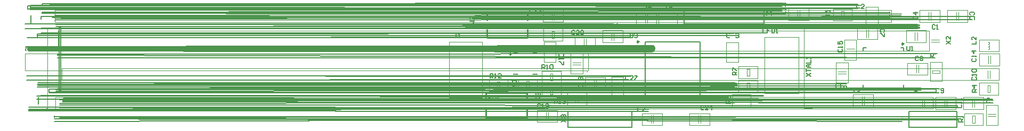
<source format=gto>
%FSTAX25Y25*%
%MOMM*%
%SFA1B1*%

%IPPOS*%
%ADD31C,0.254000*%
%ADD38C,0.249936*%
%ADD39C,0.150114*%
%ADD40C,0.599948*%
%ADD41C,0.100076*%
%ADD42C,0.199898*%
%LNpcb1-1*%
%LPD*%
G54D31*
X9009989Y6174994D02*
Y6299987D01*
X8360003Y6174994D02*
X9009989D01*
X8360003D02*
Y6299987D01*
Y6449999D02*
Y6574993D01*
X9009989*
Y6449999D02*
Y6574993D01*
X83725Y7730007D02*
Y7855D01*
X9022511*
Y7730007D02*
Y7855D01*
Y7455001D02*
Y7579995D01*
X83725Y7455001D02*
X9022511D01*
X83725D02*
Y7579995D01*
G54D38*
X14992502Y7357491D02*
X14973757Y7368336D01*
Y734667*
X14992502Y7357491*
X1278001Y6532499D02*
X12759994D01*
X1278001*
X10784992Y7390003D02*
X10766247Y7400823D01*
Y7379182*
X10784992Y7390003*
X8757488Y7195007D02*
X8738743Y7205827D01*
Y7184161*
X8757488Y7195007*
G54D39*
X9969906Y6910984D02*
X9970008Y6909993D01*
X15496641Y765081D02*
X15484983Y7662468D01*
X15461665*
X15450007Y765081*
Y7604175*
X15461665Y7592491*
X15484983*
X15496641Y7604175*
X15519984Y7592491D02*
X15543301D01*
X15531642*
Y7662468*
X15519984Y765081*
X14299158Y7973314D02*
X142875Y7984972D01*
X14264157*
X14252498Y7973314*
Y7926654*
X14264157Y7914995*
X142875*
X14299158Y7926654*
X14369135Y7914995D02*
X14322475D01*
X14369135Y7961655*
Y7973314*
X14357477Y7984972*
X14334134*
X14322475Y7973314*
X15179141Y7655814D02*
X15167483Y7667472D01*
X15144165*
X15132507Y7655814*
Y7609154*
X15144165Y7597495*
X15167483*
X15179141Y7609154*
X15202484Y7655814D02*
X15214142Y7667472D01*
X1523746*
X15249118Y7655814*
Y7644155*
X1523746Y7632496*
X15225801*
X1523746*
X15249118Y7620812*
Y7609154*
X1523746Y7597495*
X15214142*
X15202484Y7609154*
X15164181Y7796657D02*
X15152522Y7784998D01*
Y7761655*
X15164181Y7749997*
X1521084*
X15222499Y7761655*
Y7784998*
X1521084Y7796657*
X15222499Y7854975D02*
X15152522D01*
X15187498Y7819974*
Y7866634*
X16108324Y7813344D02*
X16119983Y7825003D01*
Y7848346*
X16108324Y7860004*
X16061664*
X16050006Y7848346*
Y7825003*
X16061664Y7813344*
X16119983Y7743367D02*
Y7790027D01*
X16084981*
X1609664Y7766685*
Y7755026*
X16084981Y7743367*
X16061664*
X16050006Y7755026*
Y7778369*
X16061664Y7790027*
X16364153Y6473317D02*
X16352494Y6484975D01*
X16329152*
X16317493Y6473317*
Y6426657*
X16329152Y6414998*
X16352494*
X16364153Y6426657*
X1643413Y6484975D02*
X16410813Y6473317D01*
X1638747Y6449999*
Y6426657*
X16399154Y6414998*
X16422471*
X1643413Y6426657*
Y6438315*
X16422471Y6449999*
X1638747*
X14683308Y7540853D02*
X14694966Y7552512D01*
Y7575829*
X14683308Y7587513*
X14636673*
X14624989Y7575829*
Y7552512*
X14636673Y7540853*
X14694966Y7517536D02*
Y7470876D01*
X14683308*
X14636673Y7517536*
X14624989*
X15230906Y7143318D02*
X15219248Y7154976D01*
X15195905*
X15184247Y7143318*
Y7096658*
X15195905Y7084999*
X15219248*
X15230906Y7096658*
X15254224Y7143318D02*
X15265882Y7154976D01*
X15289225*
X15300883Y7143318*
Y7131659*
X15289225Y7119975*
X15300883Y7108317*
Y7096658*
X15289225Y7084999*
X15265882*
X15254224Y7096658*
Y7108317*
X15265882Y7119975*
X15254224Y7131659*
Y7143318*
X15265882Y7119975D02*
X15289225D01*
X15562326Y6630898D02*
X15550667Y6642557D01*
X1552735*
X15515666Y6630898*
Y6584238*
X1552735Y657258*
X15550667*
X15562326Y6584238*
X15585668D02*
X15597327Y657258D01*
X15620644*
X15632303Y6584238*
Y6630898*
X15620644Y6642557*
X15597327*
X15585668Y6630898*
Y661924*
X15597327Y6607556*
X15632303*
X16094176Y6823252D02*
X16082518Y6811594D01*
Y6788277*
X16094176Y6776618*
X16140836*
X16152495Y6788277*
Y6811594*
X16140836Y6823252*
X16152495Y6846595D02*
Y6869912D01*
Y6858254*
X16082518*
X16094176Y6846595*
Y6904913D02*
X16082518Y6916572D01*
Y6939889*
X16094176Y6951548*
X16140836*
X16152495Y6939889*
Y6916572*
X16140836Y6904913*
X16094176*
X1586169Y6381648D02*
X15850031Y6369989D01*
Y6346672*
X1586169Y6335014*
X15908324*
X15920008Y6346672*
Y6369989*
X15908324Y6381648*
X15920008Y6404991D02*
Y6428308D01*
Y6416649*
X15850031*
X1586169Y6404991*
X15920008Y6463284D02*
Y6486626D01*
Y6474968*
X15850031*
X1586169Y6463284*
X1417165Y6630822D02*
X14159992Y6642481D01*
X14136674*
X1412499Y6630822*
Y6584162*
X14136674Y6572504*
X14159992*
X1417165Y6584162*
X14194967Y6572504D02*
X1421831D01*
X14206651*
Y6642481*
X14194967Y6630822*
X14299946Y6572504D02*
X14253286D01*
X14299946Y6619138*
Y6630822*
X14288287Y6642481*
X14264944*
X14253286Y6630822*
X13069189Y7874152D02*
X1305753Y7862493D01*
Y7839176*
X13069189Y7827492*
X13115823*
X13127507Y7839176*
Y7862493*
X13115823Y7874152*
X13127507Y7897469D02*
Y7920812D01*
Y7909153*
X1305753*
X13069189Y7897469*
Y7955788D02*
X1305753Y7967446D01*
Y7990789*
X13069189Y8002447*
X13080847*
X13092506Y7990789*
Y797913*
Y7990789*
X13104164Y8002447*
X13115823*
X13127507Y7990789*
Y7967446*
X13115823Y7955788*
X16091687Y7121652D02*
X16080028Y7109993D01*
Y708665*
X16091687Y7074992*
X16138347*
X16150005Y708665*
Y7109993*
X16138347Y7121652*
X16150005Y7144969D02*
Y7168311D01*
Y7156627*
X16080028*
X16091687Y7144969*
X16150005Y7238288D02*
X16080028D01*
X16115004Y7203287*
Y7249947*
X13966672Y7269149D02*
X13955014Y7257491D01*
Y7234174*
X13966672Y722249*
X14013332*
X14024991Y7234174*
Y7257491*
X14013332Y7269149*
X14024991Y7292467D02*
Y7315809D01*
Y7304151*
X13955014*
X13966672Y7292467*
X13955014Y7397445D02*
Y7350785D01*
X13990015*
X13978356Y7374128*
Y7385786*
X13990015Y7397445*
X14013332*
X14024991Y7385786*
Y7362444*
X14013332Y7350785*
X13964158Y6705803D02*
X13952499Y6717487D01*
X13929156*
X13917498Y6705803*
Y6659168*
X13929156Y664751*
X13952499*
X13964158Y6659168*
X13987475Y664751D02*
X14010792D01*
X13999133*
Y6717487*
X13987475Y6705803*
X14092453Y6717487D02*
X1406911Y6705803D01*
X14045793Y6682486*
Y6659168*
X14057452Y664751*
X14080769*
X14092453Y6659168*
Y6670827*
X14080769Y6682486*
X14045793*
X9578314Y7153351D02*
X9589973Y7165009D01*
Y7188327*
X9578314Y7200011*
X9531654*
X9519996Y7188327*
Y7165009*
X9531654Y7153351*
X9519996Y7130034D02*
Y7106691D01*
Y711835*
X9589973*
X9578314Y7130034*
X9589973Y7071715D02*
Y7025055D01*
X9578314*
X9531654Y7071715*
X9519996*
X9841687Y6696659D02*
X9830028Y6685D01*
Y6661658*
X9841687Y6649999*
X9888347*
X9900005Y6661658*
Y6685*
X9888347Y6696659*
X9900005Y6719976D02*
Y6743293D01*
Y6731635*
X9830028*
X9841687Y6719976*
Y6778294D02*
X9830028Y6789953D01*
Y681327*
X9841687Y6824954*
X9853345*
X9865004Y681327*
X9876663Y6824954*
X9888347*
X9900005Y681327*
Y6789953*
X9888347Y6778294*
X9876663*
X9865004Y6789953*
X9853345Y6778294*
X9841687*
X9865004Y6789953D02*
Y681327D01*
X9226651Y6383324D02*
X9214993Y6394983D01*
X9191675*
X9179991Y6383324*
Y6336665*
X9191675Y6325006*
X9214993*
X9226651Y6336665*
X9249968Y6325006D02*
X9273311D01*
X9261652*
Y6394983*
X9249968Y6383324*
X9308287Y6336665D02*
X9319945Y6325006D01*
X9343288*
X9354947Y6336665*
Y6383324*
X9343288Y6394983*
X9319945*
X9308287Y6383324*
Y637164*
X9319945Y6359982*
X9354947*
X9771659Y7558506D02*
X9759975Y757019D01*
X9736658*
X9724999Y7558506*
Y7511872*
X9736658Y7500213*
X9759975*
X9771659Y7511872*
X9841636Y7500213D02*
X9794976D01*
X9841636Y7546848*
Y7558506*
X9829977Y757019*
X9806635*
X9794976Y7558506*
X9864953D02*
X9876612Y757019D01*
X9899954*
X9911613Y7558506*
Y7511872*
X9899954Y7500213*
X9876612*
X9864953Y7511872*
Y7558506*
X9621647Y7308316D02*
X9609988Y7319975D01*
X9586671*
X9575012Y7308316*
Y7261656*
X9586671Y7249998*
X9609988*
X9621647Y7261656*
X9691624Y7249998D02*
X9644989D01*
X9691624Y7296658*
Y7308316*
X9679965Y7319975*
X9656648*
X9644989Y7308316*
X9714941Y7249998D02*
X9738283D01*
X9726625*
Y7319975*
X9714941Y7308316*
X9096654Y7908315D02*
X9084995Y7919974D01*
X9061653*
X9049994Y7908315*
Y7861655*
X9061653Y7849997*
X9084995*
X9096654Y7861655*
X9166631Y7849997D02*
X9119971D01*
X9166631Y7896656*
Y7908315*
X9154972Y7919974*
X913163*
X9119971Y7908315*
X9236608Y7849997D02*
X9189948D01*
X9236608Y7896656*
Y7908315*
X9224949Y7919974*
X9201607*
X9189948Y7908315*
X12235713Y7508214D02*
X12224054Y7519873D01*
X12200712*
X12189053Y7508214*
Y7461554*
X12200712Y7449896*
X12224054*
X12235713Y7461554*
X1230569Y7449896D02*
X1225903D01*
X1230569Y7496556*
Y7508214*
X12294031Y7519873*
X12270689*
X1225903Y7508214*
X12329007D02*
X12340666Y7519873D01*
X12364008*
X12375667Y7508214*
Y7496556*
X12364008Y7484897*
X1235235*
X12364008*
X12375667Y7473213*
Y7461554*
X12364008Y7449896*
X12340666*
X12329007Y7461554*
X11821642Y6358305D02*
X11809984Y6369964D01*
X11786666*
X11775008Y6358305*
Y6311671*
X11786666Y6299987*
X11809984*
X11821642Y6311671*
X11891619Y6299987D02*
X11844985D01*
X11891619Y6346647*
Y6358305*
X11879961Y6369964*
X11856643*
X11844985Y6358305*
X11949938Y6299987D02*
Y6369964D01*
X11914962Y6334988*
X11961596*
X1084646Y7958302D02*
X10834801Y7969986D01*
X10811459*
X107998Y7958302*
Y7911668*
X10811459Y7900009*
X10834801*
X1084646Y7911668*
X10916437Y7900009D02*
X10869777D01*
X10916437Y7946644*
Y7958302*
X10904753Y7969986*
X10881436*
X10869777Y7958302*
X10986414Y7969986D02*
X10939754D01*
Y7934985*
X10963071Y7946644*
X10974755*
X10986414Y7934985*
Y7911668*
X10974755Y7900009*
X10951413*
X10939754Y7911668*
X10814126Y6332855D02*
X10802467Y6344513D01*
X10779125*
X10767466Y6332855*
Y6286195*
X10779125Y6274536*
X10802467*
X10814126Y6286195*
X10884103Y6274536D02*
X10837443D01*
X10884103Y6321196*
Y6332855*
X10872444Y6344513*
X10849127*
X10837443Y6332855*
X1095408Y6344513D02*
X10930763Y6332855D01*
X1090742Y6309537*
Y6286195*
X10919104Y6274536*
X10942421*
X1095408Y6286195*
Y6297879*
X10942421Y6309537*
X1090742*
X10626648Y6833311D02*
X1061499Y6844969D01*
X10591673*
X10579989Y6833311*
Y6786651*
X10591673Y6774992*
X1061499*
X10626648Y6786651*
X10696625Y6774992D02*
X10649966D01*
X10696625Y6821652*
Y6833311*
X10684967Y6844969*
X1066165*
X10649966Y6833311*
X10719968Y6844969D02*
X10766602D01*
Y6833311*
X10719968Y6786651*
Y6774992*
X10326649Y7658303D02*
X1031499Y7669987D01*
X10291673*
X10279989Y7658303*
Y7611668*
X10291673Y760001*
X1031499*
X10326649Y7611668*
X10396626Y760001D02*
X10349966D01*
X10396626Y7646644*
Y7658303*
X10384967Y7669987*
X1036165*
X10349966Y7658303*
X10419943D02*
X10431627Y7669987D01*
X10454944*
X10466603Y7658303*
Y7646644*
X10454944Y7634986*
X10466603Y7623327*
Y7611668*
X10454944Y760001*
X10431627*
X10419943Y7611668*
Y7623327*
X10431627Y7634986*
X10419943Y7646644*
Y7658303*
X10431627Y7634986D02*
X10454944D01*
X1470251Y7772501D02*
X14772513D01*
Y7819161*
Y7842478D02*
Y7865795D01*
Y7854137*
X1470251*
X14714194Y7842478*
X16080028Y7347712D02*
X16150005D01*
Y7394346*
Y7464323D02*
Y7417689D01*
X16103346Y7464323*
X16091687*
X16080028Y7452664*
Y7429347*
X16091687Y7417689*
X12762484Y7603312D02*
Y7533335D01*
X12809118*
X1287912Y7603312D02*
X12832461D01*
Y7533335*
X1287912*
X12832461Y7568336D02*
X12855778D01*
X12902438Y7603312D02*
Y7533335D01*
X12937413*
X12949097Y7544993*
Y7591653*
X12937413Y7603312*
X12902438*
X12972415Y7533335D02*
X12995732D01*
X12984073*
Y7603312*
X12972415Y7591653*
X15939998Y6107506D02*
X15870021D01*
Y6142482*
X1588168Y615414*
X15905022*
X15916681Y6142482*
Y6107506*
Y6130823D02*
X15939998Y615414D01*
Y6177483D02*
Y62008D01*
Y6189141*
X15870021*
X1588168Y6177483*
X15426309Y713011D02*
Y7200087D01*
X15461284*
X15472943Y7188403*
Y7165086*
X15461284Y7153427*
X15426309*
X15449626D02*
X15472943Y713011D01*
X1554292D02*
X15496286D01*
X1554292Y7176744*
Y7188403*
X15531261Y7200087*
X15507944*
X15496286Y7188403*
X15170404Y6575907D02*
Y6645884D01*
X15205379*
X15217038Y6634226*
Y6610883*
X15205379Y6599224*
X15170404*
X15193721D02*
X15217038Y6575907D01*
X15240381Y6634226D02*
X15252039Y6645884D01*
X15275356*
X1528704Y6634226*
Y6622542*
X15275356Y6610883*
X15263698*
X15275356*
X1528704Y6599224*
Y6587566*
X15275356Y6575907*
X15252039*
X15240381Y6587566*
X16155009Y6582511D02*
X16085032D01*
Y6617487*
X16096691Y6629146*
X16120008*
X16131667Y6617487*
Y6582511*
Y6605828D02*
X16155009Y6629146D01*
Y6687464D02*
X16085032D01*
X16120008Y6652488*
Y6699123*
X13827506Y7770012D02*
X13757529D01*
Y7804988*
X13769187Y7816646*
X13792504*
X13804163Y7804988*
Y7770012*
Y7793329D02*
X13827506Y7816646D01*
X13757529Y7886623D02*
Y7839989D01*
X13792504*
X13780846Y7863306*
Y7874965*
X13792504Y7886623*
X13815847*
X13827506Y7874965*
Y7851648*
X13815847Y7839989*
X12347498Y6617487D02*
X12277521D01*
Y6652488*
X1228918Y6664147*
X12312523*
X12324181Y6652488*
Y6617487*
Y664083D02*
X12347498Y6664147D01*
X12277521Y6734124D02*
X1228918Y6710807D01*
X12312523Y6687464*
X1233584*
X12347498Y6699148*
Y6722465*
X1233584Y6734124*
X12324181*
X12312523Y6722465*
Y6687464*
X12345009Y6857492D02*
X12275032D01*
Y6892493*
X12286691Y6904151*
X12310008*
X12321667Y6892493*
Y6857492*
Y6880834D02*
X12345009Y6904151D01*
X12275032Y6927469D02*
Y6974128D01*
X12286691*
X12333351Y6927469*
X12345009*
X12245009Y6404991D02*
X12175032D01*
Y6439992*
X12186691Y645165*
X12210008*
X12221667Y6439992*
Y6404991*
Y6428333D02*
X12245009Y645165D01*
X12186691Y6474968D02*
X12175032Y6486652D01*
Y6509969*
X12186691Y6521627*
X1219835*
X12210008Y6509969*
X12221667Y6521627*
X12233325*
X12245009Y6509969*
Y6486652*
X12233325Y6474968*
X12221667*
X12210008Y6486652*
X1219835Y6474968*
X12186691*
X12210008Y6486652D02*
Y6509969D01*
X9225Y6458102D02*
X9155023D01*
Y6493078*
X9166682Y6504762*
X9189999*
X9201683Y6493078*
Y6458102*
Y6481419D02*
X9225Y6504762D01*
X9213342Y6528079D02*
X9225Y6539738D01*
Y6563055*
X9213342Y6574739*
X9166682*
X9155023Y6563055*
Y6539738*
X9166682Y6528079*
X917834*
X9189999Y6539738*
Y6574739*
X9249994Y6955002D02*
Y7024979D01*
X9284995*
X9296654Y7013321*
Y6989978*
X9284995Y6978319*
X9249994*
X9273336D02*
X9296654Y6955002D01*
X9319971D02*
X9343313D01*
X9331629*
Y7024979*
X9319971Y7013321*
X9378289D02*
X9389948Y7024979D01*
X941329*
X9424949Y7013321*
Y6966661*
X941329Y6955002*
X9389948*
X9378289Y6966661*
Y7013321*
X8843797Y6625005D02*
X877382D01*
Y6659981*
X8785479Y6671665*
X8808821*
X882048Y6659981*
Y6625005*
Y6648323D02*
X8843797Y6671665D01*
Y6694982D02*
Y67183D01*
Y6706641*
X877382*
X8785479Y6694982*
X8843797Y6753301D02*
Y6776618D01*
Y6764959*
X877382*
X8785479Y6753301*
X8425002Y6807504D02*
Y6877481D01*
X8459978*
X8471662Y6865823*
Y684248*
X8459978Y6830822*
X8425002*
X8448319D02*
X8471662Y6807504D01*
X8494979D02*
X8518296D01*
X8506637*
Y6877481*
X8494979Y6865823*
X8599932Y6807504D02*
X8553297D01*
X8599932Y6854139*
Y6865823*
X8588273Y6877481*
X8564956*
X8553297Y6865823*
X9449993Y6400012D02*
Y6469989D01*
X9484995*
X9496653Y6458305*
Y6434988*
X9484995Y6423329*
X9449993*
X9473336D02*
X9496653Y6400012D01*
X951997D02*
X9543313D01*
X9531629*
Y6469989*
X951997Y6458305*
X9578289D02*
X9589947Y6469989D01*
X961329*
X9624949Y6458305*
Y6446647*
X961329Y6434988*
X9601606*
X961329*
X9624949Y6423329*
Y6411671*
X961329Y6400012*
X9589947*
X9578289Y6411671*
X1114999Y7900009D02*
Y7969986D01*
X11184991*
X1119665Y7958302*
Y7934985*
X11184991Y7923326*
X1114999*
X11173333D02*
X1119665Y7900009D01*
X11219967D02*
X1124331D01*
X11231651*
Y7969986*
X11219967Y7958302*
X11313287Y7900009D02*
Y7969986D01*
X11278285Y7934985*
X11324945*
X9074988Y760001D02*
Y7669987D01*
X9109989*
X9121648Y7658303*
Y7634986*
X9109989Y7623327*
X9074988*
X909833D02*
X9121648Y760001D01*
X9144965D02*
X9168307D01*
X9156649*
Y7669987*
X9144965Y7658303*
X9249943Y7669987D02*
X9203283D01*
Y7634986*
X9226626Y7646644*
X9238284*
X9249943Y7634986*
Y7611668*
X9238284Y760001*
X9214942*
X9203283Y7611668*
X8446643Y6508318D02*
X8434984Y6519976D01*
X8411667*
X8400008Y6508318*
Y6496659*
X8411667Y6484975*
X8434984*
X8446643Y6473317*
Y6461658*
X8434984Y6449999*
X8411667*
X8400008Y6461658*
X8469985Y6519976D02*
Y6449999D01*
X8493302Y6473317*
X851662Y6449999*
Y6519976*
X8539962Y6449999D02*
X8563279D01*
X8551621*
Y6519976*
X8539962Y6508318*
X8116671Y7646644D02*
X8105013Y7634986D01*
Y7611668*
X8116671Y760001*
X8128355*
X8140014Y7611668*
Y7634986*
X8151672Y7646644*
X8163331*
X817499Y7634986*
Y7611668*
X8163331Y760001*
X8105013Y7669987D02*
X817499D01*
X8151672Y7693304*
X817499Y7716621*
X8105013*
X817499Y7786598D02*
Y7739964D01*
X8128355Y7786598*
X8116671*
X8105013Y777494*
Y7751622*
X8116671Y7739964*
X15050008Y7319975D02*
Y7261656D01*
X15061666Y7249998*
X15084983*
X15096642Y7261656*
Y7319975*
X15119985Y7249998D02*
X15143302D01*
X15131643*
Y7319975*
X15119985Y7308316*
X9100007Y7319975D02*
Y7261656D01*
X9111665Y7249998*
X9134983*
X9146641Y7261656*
Y7319975*
X9216618Y7249998D02*
X9169984D01*
X9216618Y7296658*
Y7308316*
X920496Y7319975*
X9181642*
X9169984Y7308316*
X10649991Y7519974D02*
Y7461656D01*
X1066165Y7449997*
X10684992*
X10696651Y7461656*
Y7519974*
X10719968Y7508316D02*
X10731652Y7519974D01*
X10754969*
X10766628Y7508316*
Y7496657*
X10754969Y7484999*
X10743311*
X10754969*
X10766628Y7473315*
Y7461656*
X10754969Y7449997*
X10731652*
X10719968Y7461656*
X14970023Y611251D02*
X1504Y6159144D01*
X14970023D02*
X1504Y611251D01*
Y6182487D02*
Y6205804D01*
Y6194145*
X14970023*
X14981682Y6182487*
X15672511Y7355001D02*
X15742488Y7401661D01*
X15672511D02*
X15742488Y7355001D01*
Y7471638D02*
Y7424978D01*
X15695853Y7471638*
X15684195*
X15672511Y745998*
Y7436637*
X15684195Y7424978*
X9555022Y6104991D02*
X9624999Y6151651D01*
X9555022D02*
X9624999Y6104991D01*
X9566681Y6174968D02*
X9555022Y6186627D01*
Y6209969*
X9566681Y6221628*
X957834*
X9589998Y6209969*
Y6198311*
Y6209969*
X9601682Y6221628*
X9613341*
X9624999Y6209969*
Y6186627*
X9613341Y6174968*
X12892481Y7865008D02*
X12822504Y7818348D01*
X12892481D02*
X12822504Y7865008D01*
Y776003D02*
X12892481D01*
X1285748Y7795031*
Y7748371*
X13450011Y6837502D02*
X13519988Y6884162D01*
X13450011D02*
X13519988Y6837502D01*
X13450011Y6907479D02*
Y6954139D01*
Y6930796*
X13519988*
Y6977456D02*
X13473353D01*
X13450011Y7000773*
X13473353Y7024116*
X13519988*
X13485012*
Y6977456*
X13450011Y7047433D02*
X13519988D01*
Y7094093*
Y711741D02*
Y7140727D01*
Y7129068*
X13450011*
X13461695Y711741*
X10149992Y7319975D02*
X10196652Y7249998D01*
Y7319975D02*
X10149992Y7249998D01*
X10219969Y7319975D02*
X10266629D01*
X10243312*
Y7249998*
X10289946D02*
Y7296658D01*
X10313289Y7319975*
X10336606Y7296658*
Y7249998*
Y7284999*
X10289946*
X10359923Y7319975D02*
Y7249998D01*
X10406583*
X1047656D02*
X104299D01*
X1047656Y7296658*
Y7308316*
X10464901Y7319975*
X10441584*
X104299Y7308316*
X7896656Y7519974D02*
X7873339D01*
X7884998*
Y7461656*
X7873339Y7449997*
X7861655*
X7849997Y7461656*
X7919974Y7449997D02*
X7943316D01*
X7931632*
Y7519974*
X7919974Y7508316*
G54D40*
X11019993Y728251D02*
X11008715Y7305954D01*
X10983315Y7311745*
X1096297Y7295515*
Y726948*
X10983315Y7253249*
X11008715Y725904*
X11019993Y728251*
G54D41*
X16344849Y7266533D02*
X16362451Y7276693D01*
Y7297013*
X16344849Y7307173*
X16362451Y7317333*
Y7337653*
X16344849Y7347813*
X16362451Y7357973*
Y7378293*
X16344849Y7388453*
X1497015Y7855966D02*
X14952573Y7845806D01*
Y7825486*
X1497015Y7815326*
X14952573Y7805166*
Y7784846*
X1497015Y7774686*
X14952573Y7764526*
Y7744206*
X1497015Y7734046*
X15504998Y6312992D02*
Y6503009D01*
Y6312992D02*
X15825012D01*
X15504998Y6503009D02*
X15825012D01*
Y6312992D02*
Y6503009D01*
X15647212Y6344488D02*
Y6471513D01*
X15682772Y6344488D02*
Y6471513D01*
X1515999Y6314998D02*
Y650499D01*
Y6314998D02*
X15459989D01*
X1515999Y650499D02*
X15459989D01*
Y6314998D02*
Y650499D01*
X15289682Y6354114D02*
Y6465874D01*
X15330322*
Y6354114D02*
Y6465874D01*
X15289682Y6354114D02*
X15330322D01*
X15417495Y7060006D02*
X15607487D01*
X15417495Y6760006D02*
Y7060006D01*
X15607487Y6760006D02*
Y7060006D01*
X15417495Y6760006D02*
X15607487D01*
X15456611Y6930313D02*
X15568371D01*
Y6889673D02*
Y6930313D01*
X15456611Y6889673D02*
X15568371D01*
X15456611D02*
Y6930313D01*
X12789992Y7462494D02*
X13329996D01*
X12789992Y6562496D02*
Y7462494D01*
Y6562496D02*
X13329996D01*
Y7462494*
X12180011Y7379995D02*
X12370003D01*
X12180011Y7060006D02*
Y7379995D01*
X12370003Y7060006D02*
Y7379995D01*
X12180011Y7060006D02*
X12370003D01*
X12211507Y723778D02*
X12338507D01*
X12211507Y720222D02*
X12338507D01*
X11732209Y60865D02*
Y62135D01*
X11767769Y60865D02*
Y62135D01*
X11589994Y6055004D02*
Y6244996D01*
Y6055004D02*
X11910009D01*
X11589994Y6244996D02*
X11910009D01*
Y6055004D02*
Y6244996D01*
X9984994Y7200011D02*
X1031499D01*
Y6930009D02*
Y7200011D01*
X9984994Y6930009D02*
X1031499D01*
X9984994D02*
Y7200011D01*
X10386491Y6687769D02*
X10513491D01*
X10386491Y6652209D02*
X10513491D01*
X10354995Y6830009D02*
X10545013D01*
X10354995Y6509994D02*
Y6830009D01*
X10545013Y6509994D02*
Y6830009D01*
X10354995Y6509994D02*
X10545013D01*
X10982223Y60865D02*
Y62135D01*
X11017783Y60865D02*
Y62135D01*
X10840008Y6055004D02*
Y6244996D01*
Y6055004D02*
X11159998D01*
X10840008Y6244996D02*
X11159998D01*
Y6055004D02*
Y6244996D01*
X9736505Y7017232D02*
X9863505D01*
X9736505Y7052767D02*
X9863505D01*
X9705009Y6874992D02*
X9895001D01*
Y7195007*
X9705009Y6874992D02*
Y7195007D01*
X9895001*
X1122967Y7694117D02*
X1127031D01*
Y7805877*
X1122967D02*
X1127031D01*
X1122967Y7694117D02*
Y7805877D01*
X11400002Y7655001D02*
Y7844993D01*
X11100003D02*
X11400002D01*
X11100003Y7655001D02*
X11400002D01*
X11100003D02*
Y7844993D01*
X10922584Y7686497D02*
Y7813497D01*
X10887024Y7686497D02*
Y7813497D01*
X11064798Y7655001D02*
Y7844993D01*
X10744809D02*
X11064798D01*
X10744809Y7655001D02*
X11064798D01*
X10744809D02*
Y7844993D01*
X10357231Y7411491D02*
Y7538491D01*
X10392791Y7411491D02*
Y7538491D01*
X10214991Y7379995D02*
Y7569987D01*
Y7379995D02*
X10535005D01*
X10214991Y7569987D02*
X10535005D01*
Y7379995D02*
Y7569987D01*
X9947783Y7311491D02*
Y7438491D01*
X9912223Y7311491D02*
Y7438491D01*
X10089997Y7279995D02*
Y7469987D01*
X9770008D02*
X10089997D01*
X9770008Y7279995D02*
X10089997D01*
X9770008D02*
Y7469987D01*
X940722Y7736509D02*
Y7863509D01*
X944278Y7736509D02*
Y7863509D01*
X9265005Y7704988D02*
Y7895005D01*
Y7704988D02*
X9584994D01*
X9265005Y7895005D02*
X9584994D01*
Y7704988D02*
Y7895005D01*
X940468Y7444333D02*
X944532D01*
Y7556068*
X940468D02*
X944532D01*
X940468Y7444333D02*
Y7556068D01*
X9575012Y7405192D02*
Y7595209D01*
X9275013D02*
X9575012D01*
X9275013Y7405192D02*
X9575012D01*
X9275013D02*
Y7595209D01*
X9784689Y6419113D02*
X9825329D01*
Y6530873*
X9784689D02*
X9825329D01*
X9784689Y6419113D02*
Y6530873D01*
X9954996Y6379997D02*
Y6569989D01*
X9654997D02*
X9954996D01*
X9654997Y6379997D02*
X9954996D01*
X9654997D02*
Y6569989D01*
X8534679Y6748373D02*
X8575319D01*
X8534679Y6636613D02*
Y6748373D01*
Y6636613D02*
X8575319D01*
Y6748373*
X8405012Y6597497D02*
Y6787489D01*
Y6597497D02*
X8705011D01*
X8405012Y6787489D02*
X8705011D01*
Y6597497D02*
Y6787489D01*
X9004681Y6755892D02*
X9045321D01*
X9004681Y6644106D02*
Y6755892D01*
Y6644106D02*
X9045321D01*
Y6755892*
X8875014Y660499D02*
Y6795008D01*
Y660499D02*
X9175013D01*
X8875014Y6795008D02*
X9175013D01*
Y660499D02*
Y6795008D01*
X9311513Y7207224D02*
X9438513D01*
X9311513Y7242784D02*
X9438513D01*
X9279991Y706501D02*
X9470009D01*
Y7384999*
X9279991Y706501D02*
Y7384999D01*
X9470009*
X9379686Y6880885D02*
X9420326D01*
X9379686Y6769125D02*
Y6880885D01*
Y6769125D02*
X9420326D01*
Y6880885*
X9249994Y6730009D02*
Y6920001D01*
Y6730009D02*
X9549993D01*
X9249994Y6920001D02*
X9549993D01*
Y6730009D02*
Y6920001D01*
X9379686Y6655866D02*
X9420326D01*
X9379686Y6544132D02*
Y6655866D01*
Y6544132D02*
X9420326D01*
Y6655866*
X9249994Y650499D02*
Y6695008D01*
Y650499D02*
X9549993D01*
X9249994Y6695008D02*
X9549993D01*
Y650499D02*
Y6695008D01*
X9347784Y6136513D02*
Y6263513D01*
X9312224Y6136513D02*
Y6263513D01*
X9489998Y6104991D02*
Y6295009D01*
X9170009D02*
X9489998D01*
X9170009Y6104991D02*
X9489998D01*
X9170009D02*
Y6295009D01*
X10077221Y6661505D02*
Y6788505D01*
X10112781Y6661505D02*
Y6788505D01*
X9935006Y6630009D02*
Y6820001D01*
Y6630009D02*
X10254996D01*
X9935006Y6820001D02*
X10254996D01*
Y6630009D02*
Y6820001D01*
X12504674Y6955866D02*
X12545314D01*
X12504674Y6844131D02*
Y6955866D01*
Y6844131D02*
X12545314D01*
Y6955866*
X12375007Y680499D02*
Y6995007D01*
Y680499D02*
X12675006D01*
X12375007Y6995007D02*
X12675006D01*
Y680499D02*
Y6995007D01*
X12504674Y6730873D02*
X12545314D01*
X12504674Y6619113D02*
Y6730873D01*
Y6619113D02*
X12545314D01*
Y6730873*
X12375007Y6579997D02*
Y6769989D01*
Y6579997D02*
X12675006D01*
X12375007Y6769989D02*
X12675006D01*
Y6579997D02*
Y6769989D01*
X1239967Y6505879D02*
X1244031D01*
X1239967Y6394119D02*
Y6505879D01*
Y6394119D02*
X1244031D01*
Y6505879*
X12270003Y6355003D02*
Y6544995D01*
Y6355003D02*
X12570002D01*
X12270003Y6544995D02*
X12570002D01*
Y6355003D02*
Y6544995D01*
X13953998Y6915277D02*
X14080998D01*
X13953998Y6879717D02*
X14080998D01*
X13922502Y7057491D02*
X14112494D01*
X13922502Y6737502D02*
Y7057491D01*
X14112494Y6737502D02*
Y7057491D01*
X13922502Y6737502D02*
X14112494D01*
X14367789Y6386499D02*
Y6513499D01*
X14332229Y6386499D02*
Y6513499D01*
X14510004Y6355003D02*
Y6544995D01*
X14189989D02*
X14510004D01*
X14189989Y6355003D02*
X14510004D01*
X14189989D02*
Y6544995D01*
X14430451Y7762214D02*
X14557451D01*
X14430451Y7797774D02*
X14557451D01*
X14398955Y762D02*
X14588947D01*
Y7939989*
X14398955Y762D02*
Y7939989D01*
X14588947*
X14404721Y74565D02*
Y75835D01*
X14440281Y74565D02*
Y75835D01*
X14262506Y7425004D02*
Y7614996D01*
Y7425004D02*
X14582495D01*
X14262506Y7614996D02*
X14582495D01*
Y7425004D02*
Y7614996D01*
X14086509Y7239508D02*
X14213509D01*
X14086509Y7275068D02*
X14213509D01*
X14054988Y7097293D02*
X14245005D01*
Y7417308*
X14054988Y7097293D02*
Y7417308D01*
X14245005*
X15232786Y6891502D02*
Y7018502D01*
X15197226Y6891502D02*
Y7018502D01*
X15375001Y6860006D02*
Y7049998D01*
X15055011D02*
X15375001D01*
X15055011Y6860006D02*
X15375001D01*
X15055011D02*
Y7049998D01*
X15177211Y7411491D02*
Y7538491D01*
X15212771Y7411491D02*
Y7538491D01*
X15034996Y7379995D02*
Y7569987D01*
Y7379995D02*
X15355011D01*
X15034996Y7569987D02*
X15355011D01*
Y7379995D02*
Y7569987D01*
X15436494Y738223D02*
X15563494D01*
X15436494Y741779D02*
X15563494D01*
X15404998Y723999D02*
X1559499D01*
Y7560005*
X15404998Y723999D02*
Y7560005D01*
X1559499*
X16515003Y7232497D02*
Y7422489D01*
X16194989D02*
X16515003D01*
X16194989Y7232497D02*
X16515003D01*
X16194989D02*
Y7422489D01*
X14799995Y770001D02*
Y7890002D01*
Y770001D02*
X1512001D01*
X14799995Y7890002D02*
X1512001D01*
Y770001D02*
Y7890002D01*
X15425293Y7733995D02*
Y7860995D01*
X15389733Y7733995D02*
Y7860995D01*
X15567507Y7702499D02*
Y7892491D01*
X15247493D02*
X15567507D01*
X15247493Y7702499D02*
X15567507D01*
X15247493D02*
Y7892491D01*
X16087191Y609412D02*
X16127806D01*
Y620588*
X16087191D02*
X16127806D01*
X16087191Y609412D02*
Y620588D01*
X16257498Y6055004D02*
Y6244996D01*
X15957499D02*
X16257498D01*
X15957499Y6055004D02*
X16257498D01*
X15957499D02*
Y6244996D01*
X16336492Y6197219D02*
X16463492D01*
X16336492Y6232779D02*
X16463492D01*
X16304996Y6055004D02*
X16494988D01*
Y6374993*
X16304996Y6055004D02*
Y6374993D01*
X16494988*
X16084727Y6344488D02*
Y6471513D01*
X16120287Y6344488D02*
Y6471513D01*
X15942513Y6312992D02*
Y6503009D01*
Y6312992D02*
X16262502D01*
X15942513Y6503009D02*
X16262502D01*
Y6312992D02*
Y6503009D01*
X16329685Y6579108D02*
X16370325D01*
Y6690893*
X16329685D02*
X16370325D01*
X16329685Y6579108D02*
Y6690893D01*
X16499992Y6539992D02*
Y6730009D01*
X16199993D02*
X16499992D01*
X16199993Y6539992D02*
X16499992D01*
X16199993D02*
Y6730009D01*
X16370274Y6803999D02*
Y6930999D01*
X16334714Y6803999D02*
Y6930999D01*
X16512489Y6772503D02*
Y6962495D01*
X161925D02*
X16512489D01*
X161925Y6772503D02*
X16512489D01*
X161925D02*
Y6962495D01*
X16375278Y7039D02*
Y7166D01*
X16339718Y7039D02*
Y7166D01*
X16517493Y7007504D02*
Y7197496D01*
X16197503D02*
X16517493D01*
X16197503Y7007504D02*
X16517493D01*
X16197503D02*
Y7197496D01*
X14004671Y787339D02*
X14045311D01*
X14004671Y776163D02*
Y787339D01*
Y776163D02*
X14045311D01*
Y787339*
X13875004Y7722489D02*
Y7912506D01*
Y7722489D02*
X14175003D01*
X13875004Y7912506D02*
X14175003D01*
Y7722489D02*
Y7912506D01*
X13410006Y6326657D02*
X13540003D01*
X13410006D02*
Y7606665D01*
X13540003*
X1377Y6326657D02*
X1388999D01*
Y7606665*
X1377D02*
X1388999D01*
X13345287Y7761503D02*
Y7888503D01*
X13309727Y7761503D02*
Y7888503D01*
X13487501Y7730007D02*
Y7919999D01*
X13167487D02*
X13487501D01*
X13167487Y7730007D02*
X13487501D01*
X13167487D02*
Y7919999D01*
X15832226Y7731506D02*
Y7858506D01*
X15867786Y7731506D02*
Y7858506D01*
X15690011Y770001D02*
Y7890002D01*
Y770001D02*
X16010001D01*
X15690011Y7890002D02*
X16010001D01*
Y770001D02*
Y7890002D01*
X7777505Y6492494D02*
X8297494D01*
Y738251*
X7777505D02*
X8297494D01*
X7777505Y7052513D02*
Y738251D01*
Y6492494D02*
Y7052513D01*
G54D42*
X14355013Y7247509D02*
Y7292492D01*
X14399996*
X14355013Y6652514D02*
Y6697497D01*
Y6652514D02*
X14399996D01*
X14950008D02*
X14994991D01*
Y6697497*
Y7247509D02*
Y7292492D01*
X14950008D02*
X14994991D01*
X10889996Y6512509D02*
X11759996D01*
X10889996Y738251D02*
X11759996D01*
Y6512509D02*
Y738251D01*
X10889996Y6512509D02*
Y738251D01*
X9105011Y7204989D02*
X9170009D01*
Y7195007D02*
Y7204989D01*
X9105011Y686501D02*
X9170009D01*
Y6874992D01*
X8800007Y686501D02*
X8865006D01*
X8800007D02*
Y6874992D01*
Y7204989D02*
X8865006D01*
X8800007Y7195007D02*
Y7204989D01*
X9665004Y6023D02*
Y6277D01*
X10681004*
X9665004Y6023D02*
X10681004D01*
Y6277*
X12776987Y7673009D02*
Y7927009D01*
X11506987Y7673009D02*
X12776987D01*
X11506987Y7927009D02*
X12776987D01*
X11506987Y7673009D02*
Y7927009D01*
X15845993Y6023D02*
Y6277D01*
X15083993Y6023D02*
X15845993D01*
X15083993D02*
Y6277D01*
X15845993*
X1578549Y660499D02*
X1603949D01*
X1578549D02*
Y762099D01*
X1603949Y660499D02*
Y762099D01*
X1578549D02*
X1603949D01*
M02*
</source>
